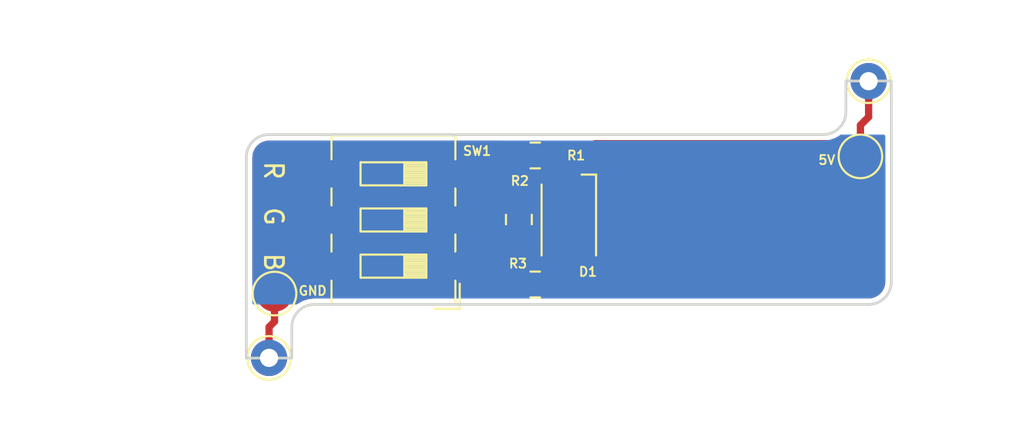
<source format=kicad_pcb>
(kicad_pcb (version 20211014) (generator pcbnew)
  (title_block (title "Vectrex Cartridge") (date "2020-06-19") (rev "v1.0"))
  (layers (0 "F.Cu" signal) (31 "B.Cu" signal) (34 "B.Paste" user) (35 "F.Paste" user) (36 "B.SilkS" user "B.Silkscreen") (37 "F.SilkS" user "F.Silkscreen") (38 "B.Mask" user) (39 "F.Mask" user) (44 "Edge.Cuts" user))
  (net 0 "")
  (net 1 "GND")
  (net 2 "+5V")
  (net 3 "Net-(D1-Pad4)")
  (net 4 "Net-(D1-Pad3)")
  (net 5 "Net-(D1-Pad2)")
  (net 6 "Net-(R2-Pad2)")
  (net 7 "Net-(R3-Pad2)")
  (net 8 "Net-(R1-Pad2)")
  (footprint "Resistor_SMD:R_0805_2012Metric_Pad1.15x1.40mm_HandSolder" (layer "F.Cu") (at 139.95 108.95 180)
    (fp_text reference "R3" (at 0.95 1.15) (layer "F.SilkS") (effects (font (size 0.5 0.5) (thickness 0.1))))
    (fp_text value "150 0805")
    (fp_line (start -0.261252 0.71) (end 0.261252 0.71) (layer "F.SilkS") (width 0.12))
    (fp_line (start -0.261252 -0.71) (end 0.261252 -0.71) (layer "F.SilkS") (width 0.12))
    (pad "1" smd roundrect locked (at -1.025 0 180) (size 1.15 1.4) (layers "F.Cu" "F.Paste" "F.Mask") (roundrect_rratio 0.217391) (net 5 "Net-(D1-Pad2)"))
    (pad "2" smd roundrect locked (at 1.025 0 180) (size 1.15 1.4) (layers "F.Cu" "F.Paste" "F.Mask") (roundrect_rratio 0.217391) (net 7 "Net-(R3-Pad2)"))
  )
  (footprint "Resistor_SMD:R_0805_2012Metric_Pad1.15x1.40mm_HandSolder" (layer "F.Cu") (at 139.05 105.375 90)
    (fp_text reference "R2" (at 2.125 0.05 180) (layer "F.SilkS") (effects (font (size 0.5 0.5) (thickness 0.1))))
    (fp_text value "220 0805")
    (fp_line (start -0.261252 -0.71) (end 0.261252 -0.71) (layer "F.SilkS") (width 0.12))
    (fp_line (start -0.261252 0.71) (end 0.261252 0.71) (layer "F.SilkS") (width 0.12))
    (pad "1" smd roundrect locked (at -1.025 0 90) (size 1.15 1.4) (layers "F.Cu" "F.Paste" "F.Mask") (roundrect_rratio 0.217391) (net 4 "Net-(D1-Pad3)"))
    (pad "2" smd roundrect locked (at 1.025 0 90) (size 1.15 1.4) (layers "F.Cu" "F.Paste" "F.Mask") (roundrect_rratio 0.217391) (net 6 "Net-(R2-Pad2)"))
  )
  (footprint "Resistor_SMD:R_0805_2012Metric_Pad1.15x1.40mm_HandSolder" (layer "F.Cu") (at 139.95 101.85 180)
    (fp_text reference "R1" (at -2.25 0) (layer "F.SilkS") (effects (font (size 0.5 0.5) (thickness 0.1))))
    (fp_text value "220 0805")
    (fp_line (start -0.261252 -0.71) (end 0.261252 -0.71) (layer "F.SilkS") (width 0.12))
    (fp_line (start -0.261252 0.71) (end 0.261252 0.71) (layer "F.SilkS") (width 0.12))
    (pad "1" smd roundrect locked (at -1.025 0 180) (size 1.15 1.4) (layers "F.Cu" "F.Paste" "F.Mask") (roundrect_rratio 0.217391) (net 3 "Net-(D1-Pad4)"))
    (pad "2" smd roundrect locked (at 1.025 0 180) (size 1.15 1.4) (layers "F.Cu" "F.Paste" "F.Mask") (roundrect_rratio 0.217391) (net 8 "Net-(R1-Pad2)"))
  )
  (footprint "vectrex-cartridge:LED_Avago_PLCC4_3.2x2.8mm_CW" (layer "F.Cu") (at 141.8 105.4 -90)
    (fp_text reference "D1" (at 2.85 -1.05) (layer "F.SilkS") (effects (font (size 0.5 0.5) (thickness 0.1))))
    (fp_text value "ASMB-MTB0-0A3A2")
    (fp_line (start -2.500044 -1.5) (end 1.95 -1.5) (layer "F.SilkS") (width 0.12))
    (fp_line (start -1.95 1.5) (end 1.95 1.5) (layer "F.SilkS") (width 0.12))
    (fp_line (start -2.5 -0.7) (end -2.5 -1.5) (layer "F.SilkS") (width 0.12))
    (pad "1" smd rect locked (at -1.5 -0.75 270) (size 1.5 1.1) (layers "F.Cu" "F.Paste" "F.Mask") (net 2 "+5V"))
    (pad "2" smd rect locked (at 1.5 -0.75 270) (size 1.5 1.1) (layers "F.Cu" "F.Paste" "F.Mask") (net 5 "Net-(D1-Pad2)"))
    (pad "3" smd rect locked (at 1.5 0.75 270) (size 1.5 1.1) (layers "F.Cu" "F.Paste" "F.Mask") (net 4 "Net-(D1-Pad3)"))
    (pad "4" smd rect locked (at -1.5 0.75 270) (size 1.5 1.1) (layers "F.Cu" "F.Paste" "F.Mask") (net 3 "Net-(D1-Pad4)"))
  )
  (footprint "Button_Switch_SMD:SW_DIP_SPSTx03_Slide_6.7x9.18mm_W8.61mm_P2.54mm_LowProfile" (layer "F.Cu") (at 132.145 105.4 180)
    (fp_text reference "SW1" (at -4.605 3.8 180) (layer "F.SilkS") (effects (font (size 0.5 0.5) (thickness 0.1))))
    (fp_text value "SW_DIP_x03")
    (fp_line (start -3.41 -4.65) (end -3.41 -3.34) (layer "F.SilkS") (width 0.12))
    (fp_line (start -1.81 2.385) (end -0.603333 2.385) (layer "F.SilkS") (width 0.12))
    (fp_line (start -1.81 2.985) (end -0.603333 2.985) (layer "F.SilkS") (width 0.12))
    (fp_line (start -3.41 3.34) (end -3.41 4.65) (layer "F.SilkS") (width 0.12))
    (fp_line (start -1.81 0.085) (end -0.603333 0.085) (layer "F.SilkS") (width 0.12))
    (fp_line (start -1.81 2.265) (end -0.603333 2.265) (layer "F.SilkS") (width 0.12))
    (fp_line (start 3.41 0.8) (end 3.41 1.74) (layer "F.SilkS") (width 0.12))
    (fp_line (start 1.81 0.635) (end 1.81 -0.635) (layer "F.SilkS") (width 0.12))
    (fp_line (start -3.41 4.65) (end 3.41 4.65) (layer "F.SilkS") (width 0.12))
    (fp_line (start -1.81 -2.335) (end -0.603333 -2.335) (layer "F.SilkS") (width 0.12))
    (fp_line (start -3.65 -4.89) (end -3.65 -3.507) (layer "F.SilkS") (width 0.12))
    (fp_line (start -1.81 1.905) (end -1.81 3.175) (layer "F.SilkS") (width 0.12))
    (fp_line (start -1.81 2.625) (end -0.603333 2.625) (layer "F.SilkS") (width 0.12))
    (fp_line (start -1.81 3.105) (end -0.603333 3.105) (layer "F.SilkS") (width 0.12))
    (fp_line (start -1.81 0.635) (end 1.81 0.635) (layer "F.SilkS") (width 0.12))
    (fp_line (start 1.81 1.905) (end -1.81 1.905) (layer "F.SilkS") (width 0.12))
    (fp_line (start -1.81 0.325) (end -0.603333 0.325) (layer "F.SilkS") (width 0.12))
    (fp_line (start -1.81 -2.215) (end -0.603333 -2.215) (layer "F.SilkS") (width 0.12))
    (fp_line (start 3.41 -1.74) (end 3.41 -0.8) (layer "F.SilkS") (width 0.12))
    (fp_line (start -1.81 2.025) (end -0.603333 2.025) (layer "F.SilkS") (width 0.12))
    (fp_line (start -0.603333 -3.175) (end -0.603333 -1.905) (layer "F.SilkS") (width 0.12))
    (fp_line (start -1.81 -2.455) (end -0.603333 -2.455) (layer "F.SilkS") (width 0.12))
    (fp_line (start -1.81 -0.395) (end -0.603333 -0.395) (layer "F.SilkS") (width 0.12))
    (fp_line (start -1.81 3.175) (end 1.81 3.175) (layer "F.SilkS") (width 0.12))
    (fp_line (start -0.603333 -0.635) (end -0.603333 0.635) (layer "F.SilkS") (width 0.12))
    (fp_line (start -1.81 -0.035) (end -0.603333 -0.035) (layer "F.SilkS") (width 0.12))
    (fp_line (start 3.41 3.34) (end 3.41 4.65) (layer "F.SilkS") (width 0.12))
    (fp_line (start -1.81 0.445) (end -0.603333 0.445) (layer "F.SilkS") (width 0.12))
    (fp_line (start -3.41 -1.74) (end -3.41 -0.8) (layer "F.SilkS") (width 0.12))
    (fp_line (start -1.81 2.145) (end -0.603333 2.145) (layer "F.SilkS") (width 0.12))
    (fp_line (start -1.81 -2.095) (end -0.603333 -2.095) (layer "F.SilkS") (width 0.12))
    (fp_line (start -1.81 2.505) (end -0.603333 2.505) (layer "F.SilkS") (width 0.12))
    (fp_line (start -1.81 -0.515) (end -0.603333 -0.515) (layer "F.SilkS") (width 0.12))
    (fp_line (start -1.81 -2.935) (end -0.603333 -2.935) (layer "F.SilkS") (width 0.12))
    (fp_line (start -1.81 2.865) (end -0.603333 2.865) (layer "F.SilkS") (width 0.12))
    (fp_line (start -3.41 -4.65) (end 3.41 -4.65) (layer "F.SilkS") (width 0.12))
    (fp_line (start 1.81 3.175) (end 1.81 1.905) (layer "F.SilkS") (width 0.12))
    (fp_line (start -1.81 -0.155) (end -0.603333 -0.155) (layer "F.SilkS") (width 0.12))
    (fp_line (start -1.81 -2.695) (end -0.603333 -2.695) (layer "F.SilkS") (width 0.12))
    (fp_line (start 1.81 -0.635) (end -1.81 -0.635) (layer "F.SilkS") (width 0.12))
    (fp_line (start 3.41 -4.65) (end 3.41 -3.34) (layer "F.SilkS") (width 0.12))
    (fp_line (start -1.81 -0.635) (end -1.81 0.635) (layer "F.SilkS") (width 0.12))
    (fp_line (start -1.81 0.565) (end -0.603333 0.565) (layer "F.SilkS") (width 0.12))
    (fp_line (start -1.81 0.205) (end -0.603333 0.205) (layer "F.SilkS") (width 0.12))
    (fp_line (start -1.81 -2.815) (end -0.603333 -2.815) (layer "F.SilkS") (width 0.12))
    (fp_line (start -1.81 -1.905) (end 1.81 -1.905) (layer "F.SilkS") (width 0.12))
    (fp_line (start -1.81 -1.975) (end -0.603333 -1.975) (layer "F.SilkS") (width 0.12))
    (fp_line (start -1.81 -2.575) (end -0.603333 -2.575) (layer "F.SilkS") (width 0.12))
    (fp_line (start -1.81 -3.175) (end -1.81 -1.905) (layer "F.SilkS") (width 0.12))
    (fp_line (start -3.41 0.8) (end -3.41 1.74) (layer "F.SilkS") (width 0.12))
    (fp_line (start -1.81 -0.275) (end -0.603333 -0.275) (layer "F.SilkS") (width 0.12))
    (fp_line (start -0.603333 1.905) (end -0.603333 3.175) (layer "F.SilkS") (width 0.12))
    (fp_line (start -1.81 -3.055) (end -0.603333 -3.055) (layer "F.SilkS") (width 0.12))
    (fp_line (start -3.65 -4.89) (end -2.267 -4.89) (layer "F.SilkS") (width 0.12))
    (fp_line (start 1.81 -3.175) (end -1.81 -3.175) (layer "F.SilkS") (width 0.12))
    (fp_line (start 1.81 -1.905) (end 1.81 -3.175) (layer "F.SilkS") (width 0.12))
    (fp_line (start -1.81 2.745) (end -0.603333 2.745) (layer "F.SilkS") (width 0.12))
    (pad "1" smd rect locked (at -4.305 -2.54 180) (size 2.44 1.12) (layers "F.Cu" "F.Paste" "F.Mask") (net 7 "Net-(R3-Pad2)"))
    (pad "2" smd rect locked (at -4.305 0 180) (size 2.44 1.12) (layers "F.Cu" "F.Paste" "F.Mask") (net 6 "Net-(R2-Pad2)"))
    (pad "3" smd rect locked (at -4.305 2.54 180) (size 2.44 1.12) (layers "F.Cu" "F.Paste" "F.Mask") (net 8 "Net-(R1-Pad2)"))
    (pad "4" smd rect locked (at 4.305 2.54 180) (size 2.44 1.12) (layers "F.Cu" "F.Paste" "F.Mask") (net 1 "GND"))
    (pad "5" smd rect locked (at 4.305 0 180) (size 2.44 1.12) (layers "F.Cu" "F.Paste" "F.Mask") (net 1 "GND"))
    (pad "6" smd rect locked (at 4.305 -2.54 180) (size 2.44 1.12) (layers "F.Cu" "F.Paste" "F.Mask") (net 1 "GND"))
  )
  (footprint "TestPoint:TestPoint_THTPad_D2.0mm_Drill1.0mm" (layer "F.Cu") (at 158.3 97.76)
    (fp_text reference "H1" hide)
    (fp_text value "MountingHole_Pad")
    (fp_circle (center 0 0) (end 0 1.2) (layer "F.SilkS") (width 0.12) (fill none))
    (pad "1" thru_hole circle locked (at 0 0) (size 2 2) (drill 1) (layers *.Cu *.Mask) (net 2 "+5V"))
  )
  (footprint "TestPoint:TestPoint_THTPad_D2.0mm_Drill1.0mm" (layer "F.Cu") (at 125.3 112.99)
    (fp_text reference "H2" hide)
    (fp_text value "MountingHole_Pad")
    (fp_circle (center 0 0) (end 0 1.2) (layer "F.SilkS") (width 0.12) (fill none))
    (pad "1" thru_hole circle locked (at 0 0) (size 2 2) (drill 1) (layers *.Cu *.Mask) (net 1 "GND"))
  )
  (footprint "vectrex-cartridge:vectrex-us-soldermask-15mm" (layer "F.Cu") (at 151.1 105.25)
    (fp_text reference "G1" hide)
    (fp_text value "LOGO" hide)
  )
  (footprint "TestPoint:TestPoint_Pad_D2.0mm" (layer "F.Cu") (at 157.85 101.9)
    (fp_text reference "TP1" hide)
    (fp_text value "TestPoint")
    (fp_circle (center 0 0) (end 0 1.2) (layer "F.SilkS") (width 0.12) (fill none))
    (pad "1" smd circle locked (at 0 0) (size 2 2) (layers "F.Cu" "F.Mask") (net 2 "+5V"))
  )
  (footprint "TestPoint:TestPoint_Pad_D2.0mm" (layer "F.Cu") (at 125.6 109.45)
    (fp_text reference "TP2" hide)
    (fp_text value "TestPoint")
    (fp_circle (center 0 0) (end 0 1.2) (layer "F.SilkS") (width 0.12) (fill none))
    (pad "1" smd circle locked (at 0 0) (size 2 2) (layers "F.Cu" "F.Mask") (net 1 "GND"))
  )
  (gr_line (start 155.8 100.7) (end 125.3 100.7) (layer "Edge.Cuts") (width 0.15))
  (gr_line (start 124.05 101.95) (end 124.05 113) (layer "Edge.Cuts") (width 0.15))
  (gr_arc (start 124.05 101.95) (mid 124.416117 101.066117) (end 125.3 100.7) (layer "Edge.Cuts") (width 0.15))
  (gr_line (start 124.05 113) (end 126.55 113) (layer "Edge.Cuts") (width 0.15))
  (gr_arc (start 126.55 111.3) (mid 126.916117 110.416117) (end 127.8 110.05) (layer "Edge.Cuts") (width 0.15))
  (gr_line (start 157.05 99.45) (end 157.05 97.75) (layer "Edge.Cuts") (width 0.15))
  (gr_line (start 159.55 108.8) (end 159.55 97.75) (layer "Edge.Cuts") (width 0.15))
  (gr_arc (start 157.05 99.45) (mid 156.683883 100.333883) (end 155.8 100.7) (layer "Edge.Cuts") (width 0.15))
  (gr_line (start 126.55 113) (end 126.55 111.3) (layer "Edge.Cuts") (width 0.15))
  (gr_line (start 127.8 110.05) (end 158.3 110.05) (layer "Edge.Cuts") (width 0.15))
  (gr_arc (start 159.55 108.8) (mid 159.183883 109.683883) (end 158.3 110.05) (layer "Edge.Cuts") (width 0.15))
  (gr_line (start 157.05 97.75) (end 159.55 97.75) (layer "Edge.Cuts") (width 0.15))
  (gr_text "GND" (at 127.7 109.3) (layer "F.SilkS") (effects (font (size 0.5 0.5) (thickness 0.1))))
  (gr_text "5V" (at 156 102.1) (layer "F.SilkS") (effects (font (size 0.5 0.5) (thickness 0.1))))
  (gr_text "R  G  B" (at 125.55 105.2 270) (layer "F.SilkS") (effects (font (size 1 1))))
  (segment (start 125.6 109.45) (end 125.6 110.99) (width 0.4) (layer "F.Cu") (net 1))
  (segment (start 126.36 107.94) (end 125.6 108.7) (width 0.4) (layer "F.Cu") (net 1))
  (segment (start 125.3 111.29) (end 125.3 112.57299) (width 0.4) (layer "F.Cu") (net 1))
  (segment (start 127.84 105.4) (end 127.84 107.94) (width 0.4) (layer "F.Cu") (net 1))
  (segment (start 127.84 107.94) (end 126.36 107.94) (width 0.4) (layer "F.Cu") (net 1))
  (segment (start 127.84 102.86) (end 127.84 105.4) (width 0.4) (layer "F.Cu") (net 1))
  (segment (start 125.6 110.99) (end 125.3 111.29) (width 0.4) (layer "F.Cu") (net 1))
  (segment (start 125.6 108.7) (end 125.6 109.45) (width 0.4) (layer "F.Cu") (net 1))
  (segment (start 158.3 99.73) (end 158.3 98.76) (width 0.4) (layer "F.Cu") (net 2))
  (segment (start 142.55 103.9) (end 142.55 101.9) (width 0.4) (layer "F.Cu") (net 2))
  (segment (start 143.25 101.2) (end 157.15 101.2) (width 0.4) (layer "F.Cu") (net 2))
  (segment (start 157.15 101.2) (end 157.85 101.9) (width 0.4) (layer "F.Cu") (net 2))
  (segment (start 157.85 101.9) (end 157.85 100.18) (width 0.4) (layer "F.Cu") (net 2))
  (segment (start 158.3 98.76) (end 158.3 98.17701) (width 0.4) (layer "F.Cu") (net 2))
  (segment (start 142.55 101.9) (end 143.25 101.2) (width 0.4) (layer "F.Cu") (net 2))
  (segment (start 157.85 100.18) (end 158.3 99.73) (width 0.4) (layer "F.Cu") (net 2))
  (segment (start 141.05 101.925) (end 140.975 101.85) (width 0.4) (layer "F.Cu") (net 3))
  (segment (start 140.7 103.9) (end 141.05 103.9) (width 0.4) (layer "F.Cu") (net 3))
  (segment (start 141.05 103.9) (end 141.05 101.925) (width 0.4) (layer "F.Cu") (net 3))
  (segment (start 139.85 106.4) (end 140.35 106.9) (width 0.4) (layer "F.Cu") (net 4))
  (segment (start 140.35 106.9) (end 141.05 106.9) (width 0.4) (layer "F.Cu") (net 4))
  (segment (start 139.05 106.4) (end 139.85 106.4) (width 0.4) (layer "F.Cu") (net 4))
  (segment (start 141.05 106.75) (end 141.05 106.9) (width 0.4) (layer "F.Cu") (net 4))
  (segment (start 141.85 108.95) (end 142.55 108.25) (width 0.4) (layer "F.Cu") (net 5))
  (segment (start 142.55 108.25) (end 142.55 106.9) (width 0.4) (layer "F.Cu") (net 5))
  (segment (start 140.975 108.95) (end 141.85 108.95) (width 0.4) (layer "F.Cu") (net 5))
  (segment (start 139 104.35) (end 137.95 105.4) (width 0.4) (layer "F.Cu") (net 6))
  (segment (start 137.95 105.4) (end 136.45 105.4) (width 0.4) (layer "F.Cu") (net 6))
  (segment (start 139.05 104.35) (end 139 104.35) (width 0.4) (layer "F.Cu") (net 6))
  (segment (start 138.925 108.95) (end 138.925 108.925) (width 0.4) (layer "F.Cu") (net 7))
  (segment (start 137.94 107.94) (end 136.45 107.94) (width 0.4) (layer "F.Cu") (net 7))
  (segment (start 138.925 108.925) (end 137.94 107.94) (width 0.4) (layer "F.Cu") (net 7))
  (segment (start 138.925 101.85) (end 138.925 101.925) (width 0.4) (layer "F.Cu") (net 8))
  (segment (start 138.925 101.925) (end 137.99 102.86) (width 0.4) (layer "F.Cu") (net 8))
  (segment (start 137.99 102.86) (end 136.45 102.86) (width 0.4) (layer "F.Cu") (net 8))
  (zone (net 1) (net_name "GND") (layer "F.Cu") (connect_pads (clearance 0.254)) (min_thickness 0.2) (fill yes (thermal_gap 0.254) (thermal_bridge_width 0.254))
    (polygon (pts (xy 159.55 110.05) (xy 127.75 110.05) (xy 127.6 110.08) (xy 124.05 110.1) (xy 124.05 100.7) (xy 155.65 100.7) (xy 157.05 97.75) (xy 159.55 97.75)))
  )
  (zone (net 0) (net_name "") (layer "B.Cu") (connect_pads (clearance 0.254)) (min_thickness 0.2) (fill yes (thermal_gap 0.254) (thermal_bridge_width 0.254))
    (polygon (pts (xy 159.55 110.05) (xy 127.75 110.05) (xy 124.27 110.05) (xy 124.01 110.06) (xy 124.05 100.7) (xy 155.65 100.7) (xy 159.53 100.7) (xy 159.55 100.86)))
  )
)
</source>
